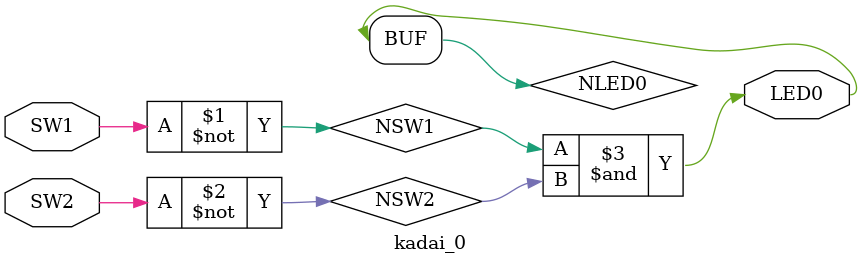
<source format=v>
`timescale 1ns / 1ps
module kadai_0(
    input SW1, SW2,
    output LED0
    );
	 wire NSW1, NSW2, NLED0;
	 assign NSW1 = ~SW1;
	 assign NSW2 = ~SW2;
	 assign NLED0 = NSW1 & NSW2;
	 assign LED0 = NLED0;
endmodule

</source>
